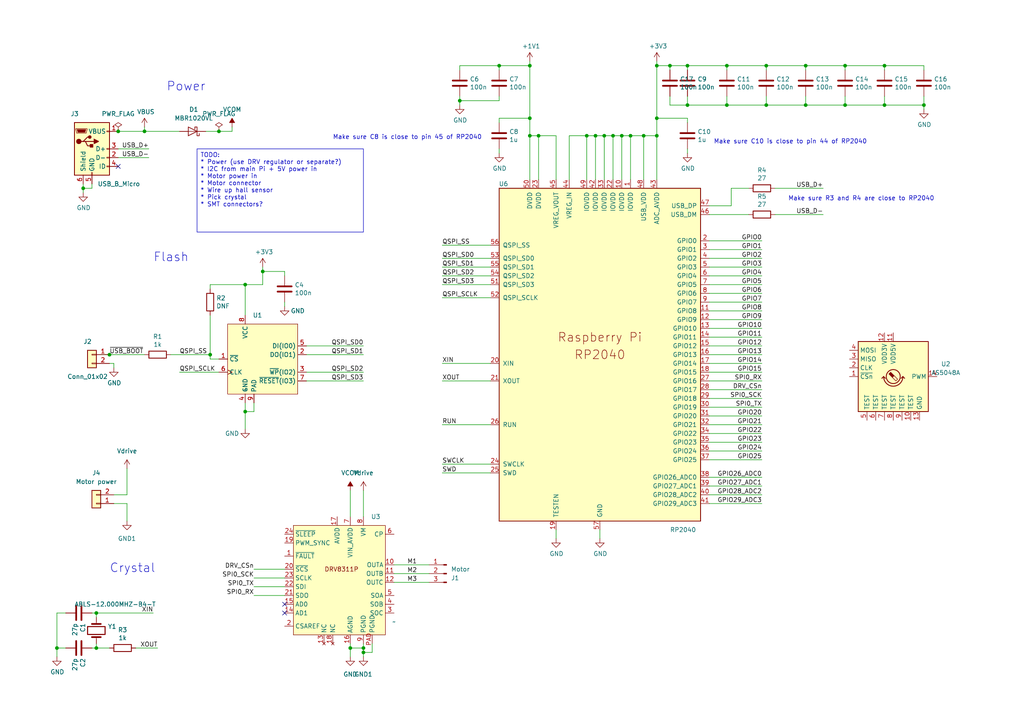
<source format=kicad_sch>
(kicad_sch (version 20230121) (generator eeschema)
  (paper "A4")
  (lib_symbols
    (symbol "Connector:Conn_01x03_Pin" (pin_names (offset 1.016) hide)
      (property "Reference" "J" (at 0 5.08 0))
      (property "Value" "Conn_01x03_Pin" (at 0 -5.08 0))
      (symbol "Conn_01x03_Pin_1_1"
        (polyline (pts (xy 1.27 -2.54) (xy 0.8636 -2.54)) (stroke (width 0.1524)))
        (polyline (pts (xy 1.27 0) (xy 0.8636 0)) (stroke (width 0.1524)))
        (polyline (pts (xy 1.27 2.54) (xy 0.8636 2.54)) (stroke (width 0.1524)))
        (rectangle (start 0.8636 -2.413) (end 0 -2.667) (stroke (width 0.1524)) (fill (type outline)))
        (rectangle (start 0.8636 0.127) (end 0 -0.127) (stroke (width 0.1524)) (fill (type outline)))
        (rectangle (start 0.8636 2.667) (end 0 2.413) (stroke (width 0.1524)) (fill (type outline)))
        (pin passive line (at 5.08 2.54 180) (length 3.81) (name "Pin_1") (number "1"))
        (pin passive line (at 5.08 0 180) (length 3.81) (name "Pin_2") (number "2"))
        (pin passive line (at 5.08 -2.54 180) (length 3.81) (name "Pin_3") (number "3"))
      )
    )
    (symbol "Connector_Generic:Conn_01x02" (pin_names (offset 1.016) hide)
      (property "Reference" "J" (at 0 2.54 0))
      (property "Value" "Conn_01x02" (at 0 -5.08 0))
      (symbol "Conn_01x02_1_1"
        (rectangle (start -1.27 -2.413) (end 0 -2.667) (stroke (width 0.1524)))
        (rectangle (start -1.27 0.127) (end 0 -0.127) (stroke (width 0.1524)))
        (rectangle (start -1.27 1.27) (end 1.27 -3.81) (stroke (width 0.254)) (fill (type background)))
        (pin passive line (at -5.08 0 0) (length 3.81) (name "Pin_1") (number "1"))
        (pin passive line (at -5.08 -2.54 0) (length 3.81) (name "Pin_2") (number "2"))
      )
    )
    (symbol "Device:C" (pin_numbers hide) (pin_names (offset 0.254))
      (property "Reference" "C" (at 0.635 2.54 0))
      (property "Value" "C" (at 0.635 -2.54 0))
      (symbol "C_0_1"
        (polyline (pts (xy -2.032 -0.762) (xy 2.032 -0.762)) (stroke (width 0.508)))
        (polyline (pts (xy -2.032 0.762) (xy 2.032 0.762)) (stroke (width 0.508)))
      )
      (symbol "C_1_1"
        (pin passive line (at 0 3.81 270) (length 2.794) (name "~") (number "1"))
        (pin passive line (at 0 -3.81 90) (length 2.794) (name "~") (number "2"))
      )
    )
    (symbol "Device:Crystal" (pin_numbers hide) (pin_names (offset 1.016) hide)
      (property "Reference" "Y" (at 0 3.81 0))
      (property "Value" "Crystal" (at 0 -3.81 0))
      (symbol "Crystal_0_1"
        (rectangle (start -1.143 2.54) (end 1.143 -2.54) (stroke (width 0.3048)))
        (polyline (pts (xy -2.54 0) (xy -1.905 0)))
        (polyline (pts (xy -1.905 -1.27) (xy -1.905 1.27)) (stroke (width 0.508)))
        (polyline (pts (xy 1.905 -1.27) (xy 1.905 1.27)) (stroke (width 0.508)))
        (polyline (pts (xy 2.54 0) (xy 1.905 0)))
      )
      (symbol "Crystal_1_1"
        (pin passive line (at -3.81 0 0) (length 1.27) (name "1") (number "1"))
        (pin passive line (at 3.81 0 180) (length 1.27) (name "2") (number "2"))
      )
    )
    (symbol "Device:R" (pin_numbers hide) (pin_names (offset 0))
      (property "Reference" "R" (at 2.032 0 90))
      (property "Value" "R" (at 0 0 90))
      (symbol "R_0_1"
        (rectangle (start -1.016 -2.54) (end 1.016 2.54) (stroke (width 0.254)))
      )
      (symbol "R_1_1"
        (pin passive line (at 0 3.81 270) (length 1.27) (name "~") (number "1"))
        (pin passive line (at 0 -3.81 90) (length 1.27) (name "~") (number "2"))
      )
    )
    (symbol "Diode:MBR1020VL" (pin_numbers hide) (pin_names hide)
      (property "Reference" "D" (at 0 2.54 0))
      (property "Value" "MBR1020VL" (at 0 -2.54 0))
      (symbol "MBR1020VL_0_1"
        (polyline (pts (xy 1.27 0) (xy -1.27 0)))
        (polyline (pts (xy 1.27 1.27) (xy 1.27 -1.27) (xy -1.27 0) (xy 1.27 1.27)) (stroke (width 0.2032)))
        (polyline (pts (xy -1.905 0.635) (xy -1.905 1.27) (xy -1.27 1.27) (xy -1.27 -1.27) (xy -0.635 -1.27) (xy -0.635 -0.635)) (stroke (width 0.2032)))
      )
      (symbol "MBR1020VL_1_1"
        (pin passive line (at -3.81 0 0) (length 2.54) (name "K") (number "1"))
        (pin passive line (at 3.81 0 180) (length 2.54) (name "A") (number "2"))
      )
    )
    (symbol "MCU_RaspberryPi_RP2040:RP2040" (pin_names (offset 1.016))
      (property "Reference" "U" (at -29.21 49.53 0))
      (property "Value" "RP2040" (at 24.13 -49.53 0))
      (symbol "RP2040_0_0"
        (text "Raspberry Pi" (at 0 5.08 0) (effects (font (size 2.54 2.54))))
        (text "RP2040" (at 0 0 0) (effects (font (size 2.54 2.54))))
      )
      (symbol "RP2040_0_1"
        (rectangle (start 29.21 48.26) (end -29.21 -48.26) (stroke (width 0.254)) (fill (type background)))
      )
      (symbol "RP2040_1_1"
        (pin power_in line (at 8.89 50.8 270) (length 2.54) (name "IOVDD") (number "1"))
        (pin power_in line (at 6.35 50.8 270) (length 2.54) (name "IOVDD") (number "10"))
        (pin bidirectional line (at 31.75 12.7 180) (length 2.54) (name "GPIO8") (number "11"))
        (pin bidirectional line (at 31.75 10.16 180) (length 2.54) (name "GPIO9") (number "12"))
        (pin bidirectional line (at 31.75 7.62 180) (length 2.54) (name "GPIO10") (number "13"))
        (pin bidirectional line (at 31.75 5.08 180) (length 2.54) (name "GPIO11") (number "14"))
        (pin bidirectional line (at 31.75 2.54 180) (length 2.54) (name "GPIO12") (number "15"))
        (pin bidirectional line (at 31.75 0 180) (length 2.54) (name "GPIO13") (number "16"))
        (pin bidirectional line (at 31.75 -2.54 180) (length 2.54) (name "GPIO14") (number "17"))
        (pin bidirectional line (at 31.75 -5.08 180) (length 2.54) (name "GPIO15") (number "18"))
        (pin passive line (at -12.7 -50.8 90) (length 2.54) (name "TESTEN") (number "19"))
        (pin bidirectional line (at 31.75 33.02 180) (length 2.54) (name "GPIO0") (number "2"))
        (pin input line (at -31.75 -2.54 0) (length 2.54) (name "XIN") (number "20"))
        (pin passive line (at -31.75 -7.62 0) (length 2.54) (name "XOUT") (number "21"))
        (pin power_in line (at 3.81 50.8 270) (length 2.54) (name "IOVDD") (number "22"))
        (pin power_in line (at -17.78 50.8 270) (length 2.54) (name "DVDD") (number "23"))
        (pin output line (at -31.75 -31.75 0) (length 2.54) (name "SWCLK") (number "24"))
        (pin bidirectional line (at -31.75 -34.29 0) (length 2.54) (name "SWD") (number "25"))
        (pin input line (at -31.75 -20.32 0) (length 2.54) (name "RUN") (number "26"))
        (pin bidirectional line (at 31.75 -7.62 180) (length 2.54) (name "GPIO16") (number "27"))
        (pin bidirectional line (at 31.75 -10.16 180) (length 2.54) (name "GPIO17") (number "28"))
        (pin bidirectional line (at 31.75 -12.7 180) (length 2.54) (name "GPIO18") (number "29"))
        (pin bidirectional line (at 31.75 30.48 180) (length 2.54) (name "GPIO1") (number "3"))
        (pin bidirectional line (at 31.75 -15.24 180) (length 2.54) (name "GPIO19") (number "30"))
        (pin bidirectional line (at 31.75 -17.78 180) (length 2.54) (name "GPIO20") (number "31"))
        (pin bidirectional line (at 31.75 -20.32 180) (length 2.54) (name "GPIO21") (number "32"))
        (pin power_in line (at 1.27 50.8 270) (length 2.54) (name "IOVDD") (number "33"))
        (pin bidirectional line (at 31.75 -22.86 180) (length 2.54) (name "GPIO22") (number "34"))
        (pin bidirectional line (at 31.75 -25.4 180) (length 2.54) (name "GPIO23") (number "35"))
        (pin bidirectional line (at 31.75 -27.94 180) (length 2.54) (name "GPIO24") (number "36"))
        (pin bidirectional line (at 31.75 -30.48 180) (length 2.54) (name "GPIO25") (number "37"))
        (pin bidirectional line (at 31.75 -35.56 180) (length 2.54) (name "GPIO26_ADC0") (number "38"))
        (pin bidirectional line (at 31.75 -38.1 180) (length 2.54) (name "GPIO27_ADC1") (number "39"))
        (pin bidirectional line (at 31.75 27.94 180) (length 2.54) (name "GPIO2") (number "4"))
        (pin bidirectional line (at 31.75 -40.64 180) (length 2.54) (name "GPIO28_ADC2") (number "40"))
        (pin bidirectional line (at 31.75 -43.18 180) (length 2.54) (name "GPIO29_ADC3") (number "41"))
        (pin power_in line (at -1.27 50.8 270) (length 2.54) (name "IOVDD") (number "42"))
        (pin power_in line (at 16.51 50.8 270) (length 2.54) (name "ADC_AVDD") (number "43"))
        (pin power_in line (at -8.89 50.8 270) (length 2.54) (name "VREG_IN") (number "44"))
        (pin power_out line (at -12.7 50.8 270) (length 2.54) (name "VREG_VOUT") (number "45"))
        (pin bidirectional line (at 31.75 40.64 180) (length 2.54) (name "USB_DM") (number "46"))
        (pin bidirectional line (at 31.75 43.18 180) (length 2.54) (name "USB_DP") (number "47"))
        (pin power_in line (at 12.7 50.8 270) (length 2.54) (name "USB_VDD") (number "48"))
        (pin power_in line (at -3.81 50.8 270) (length 2.54) (name "IOVDD") (number "49"))
        (pin bidirectional line (at 31.75 25.4 180) (length 2.54) (name "GPIO3") (number "5"))
        (pin power_in line (at -20.32 50.8 270) (length 2.54) (name "DVDD") (number "50"))
        (pin bidirectional line (at -31.75 20.32 0) (length 2.54) (name "QSPI_SD3") (number "51"))
        (pin output line (at -31.75 16.51 0) (length 2.54) (name "QSPI_SCLK") (number "52"))
        (pin bidirectional line (at -31.75 27.94 0) (length 2.54) (name "QSPI_SD0") (number "53"))
        (pin bidirectional line (at -31.75 22.86 0) (length 2.54) (name "QSPI_SD2") (number "54"))
        (pin bidirectional line (at -31.75 25.4 0) (length 2.54) (name "QSPI_SD1") (number "55"))
        (pin bidirectional line (at -31.75 31.75 0) (length 2.54) (name "QSPI_SS") (number "56"))
        (pin power_in line (at 0 -50.8 90) (length 2.54) (name "GND") (number "57"))
        (pin bidirectional line (at 31.75 22.86 180) (length 2.54) (name "GPIO4") (number "6"))
        (pin bidirectional line (at 31.75 20.32 180) (length 2.54) (name "GPIO5") (number "7"))
        (pin bidirectional line (at 31.75 17.78 180) (length 2.54) (name "GPIO6") (number "8"))
        (pin bidirectional line (at 31.75 15.24 180) (length 2.54) (name "GPIO7") (number "9"))
      )
    )
    (symbol "Mechanical:MountingHole" (pin_names (offset 1.016))
      (property "Reference" "H" (at 0 5.08 0))
      (property "Value" "MountingHole" (at 0 3.175 0))
      (symbol "MountingHole_0_1"
        (circle (center 0 0) (radius 1.27) (stroke (width 1.27)))
      )
    )
    (symbol "Motor_drivers:DRV8311P"
      (property "Reference" "U" (at 0 0 0))
      (symbol "DRV8311P_1_1"
        (rectangle (start -12.7 16.51) (end 13.97 -15.24) (fill (type background)))
        (text "DRV8311P" (at 1.27 3.81 0) (effects (font (size 1.27 1.27))))
        (pin output line (at -15.24 7.62 0) (length 2.54) (name "~{FAULT}") (number "1"))
        (pin power_out line (at 16.51 5.08 180) (length 2.54) (name "OUTA") (number "10"))
        (pin power_out line (at 16.51 2.54 180) (length 2.54) (name "OUTB") (number "11"))
        (pin power_out line (at 16.51 0 180) (length 2.54) (name "OUTC") (number "12"))
        (pin no_connect line (at -3.81 -17.78 90) (length 2.54) (name "NC") (number "13"))
        (pin input line (at -15.24 -8.89 0) (length 2.54) (name "AD1") (number "14"))
        (pin input line (at -15.24 -6.35 0) (length 2.54) (name "AD0") (number "15"))
        (pin power_in line (at 3.81 -17.78 90) (length 2.54) (name "AGND") (number "16"))
        (pin power_out line (at 0 19.05 270) (length 2.54) (name "AVDD") (number "17"))
        (pin no_connect line (at -1.27 -17.78 90) (length 2.54) (name "NC") (number "18"))
        (pin input line (at -15.24 11.43 0) (length 2.54) (name "PWM_SYNC") (number "19"))
        (pin input line (at -15.24 -12.7 0) (length 2.54) (name "CSAREF") (number "2"))
        (pin input line (at -15.24 3.81 0) (length 2.54) (name "~{SCS}") (number "20"))
        (pin input line (at -15.24 -3.81 0) (length 2.54) (name "SDO") (number "21"))
        (pin input line (at -15.24 -1.27 0) (length 2.54) (name "SDI") (number "22"))
        (pin input line (at -15.24 1.27 0) (length 2.54) (name "SCLK") (number "23"))
        (pin input line (at -15.24 13.97 0) (length 2.54) (name "~{SLEEP}") (number "24"))
        (pin output line (at 16.51 -8.89 180) (length 2.54) (name "SOC") (number "3"))
        (pin output line (at 16.51 -6.35 180) (length 2.54) (name "SOB") (number "4"))
        (pin output line (at 16.51 -3.81 180) (length 2.54) (name "SOA") (number "5"))
        (pin output line (at 16.51 13.97 180) (length 2.54) (name "CP") (number "6"))
        (pin power_in line (at 3.81 19.05 270) (length 2.54) (name "VIN_AVDD") (number "7"))
        (pin power_in line (at 7.62 19.05 270) (length 2.54) (name "VM") (number "8"))
        (pin power_in line (at 7.62 -17.78 90) (length 2.54) (name "PGND") (number "9"))
        (pin power_in line (at 10.16 -17.78 90) (length 2.54) (name "PGND") (number "PAD"))
      )
    )
    (symbol "My_Library:W25Q16JVUXIQ"
      (property "Reference" "U" (at 7.62 16.51 0))
      (symbol "W25Q16JVUXIQ_0_0"
        (pin input line (at -7.62 8.89 0) (length 2.54) (name "~{CS}") (number "1"))
        (pin power_in line (at 0 -3.81 90) (length 2.54) (name "GND") (number "4"))
        (pin input clock (at -7.62 5.08 0) (length 2.54) (name "CLK") (number "6"))
        (pin power_in line (at 0 21.59 270) (length 2.54) (name "VCC") (number "8"))
        (pin power_in line (at 2.54 -3.81 90) (length 2.54) (name "PAD") (number "9"))
      )
      (symbol "W25Q16JVUXIQ_1_0"
        (pin bidirectional line (at 17.78 10.16 180) (length 2.54) (name "DO(IO1)") (number "2"))
        (pin bidirectional line (at 17.78 5.08 180) (length 2.54) (name "~{WP}(IO2)") (number "3"))
        (pin bidirectional line (at 17.78 12.7 180) (length 2.54) (name "DI(IO0)") (number "5"))
        (pin bidirectional line (at 17.78 2.54 180) (length 2.54) (name "~{RESET}(IO3)") (number "7"))
      )
      (symbol "W25Q16JVUXIQ_1_1"
        (rectangle (start -5.08 19.05) (end 15.24 -1.27) (fill (type background)))
      )
    )
    (symbol "RP2040_minimal-rescue:USB_B_Micro-Connector" (pin_names (offset 1.016))
      (property "Reference" "J" (at -5.08 11.43 0))
      (property "Value" "Connector_USB_B_Micro" (at -5.08 8.89 0))
      (symbol "USB_B_Micro-Connector_0_1"
        (rectangle (start -5.08 -7.62) (end 5.08 7.62) (stroke (width 0.254)) (fill (type background)))
        (circle (center -3.81 2.159) (radius 0.635) (stroke (width 0.254)) (fill (type outline)))
        (circle (center -0.635 3.429) (radius 0.381) (stroke (width 0.254)) (fill (type outline)))
        (rectangle (start -0.127 -7.62) (end 0.127 -6.858))
        (polyline (pts (xy -1.905 2.159) (xy 0.635 2.159)) (stroke (width 0.254)))
        (polyline (pts (xy -3.175 2.159) (xy -2.54 2.159) (xy -1.27 3.429) (xy -0.635 3.429)) (stroke (width 0.254)))
        (polyline (pts (xy -2.54 2.159) (xy -1.905 2.159) (xy -1.27 0.889) (xy 0 0.889)) (stroke (width 0.254)))
        (polyline (pts (xy 0.635 2.794) (xy 0.635 1.524) (xy 1.905 2.159) (xy 0.635 2.794)) (stroke (width 0.254)) (fill (type outline)))
        (polyline (pts (xy -4.318 5.588) (xy -1.778 5.588) (xy -2.032 4.826) (xy -4.064 4.826) (xy -4.318 5.588)) (fill (type outline)))
        (polyline (pts (xy -4.699 5.842) (xy -4.699 5.588) (xy -4.445 4.826) (xy -4.445 4.572) (xy -1.651 4.572) (xy -1.651 4.826) (xy -1.397 5.588) (xy -1.397 5.842) (xy -4.699 5.842)))
        (rectangle (start 0.254 1.27) (end -0.508 0.508) (stroke (width 0.254)) (fill (type outline)))
        (rectangle (start 5.08 -5.207) (end 4.318 -4.953))
        (rectangle (start 5.08 -2.667) (end 4.318 -2.413))
        (rectangle (start 5.08 -0.127) (end 4.318 0.127))
        (rectangle (start 5.08 4.953) (end 4.318 5.207))
      )
      (symbol "USB_B_Micro-Connector_1_1"
        (pin power_out line (at 7.62 5.08 180) (length 2.54) (name "VBUS") (number "1"))
        (pin passive line (at 7.62 -2.54 180) (length 2.54) (name "D-") (number "2"))
        (pin passive line (at 7.62 0 180) (length 2.54) (name "D+") (number "3"))
        (pin passive line (at 7.62 -5.08 180) (length 2.54) (name "ID") (number "4"))
        (pin power_out line (at 0 -10.16 90) (length 2.54) (name "GND") (number "5"))
        (pin passive line (at -2.54 -10.16 90) (length 2.54) (name "Shield") (number "6"))
      )
    )
    (symbol "Sensor_Magnetic:AS5048A"
      (property "Reference" "U" (at -10.16 11.43 0))
      (property "Value" "AS5048A" (at 10.16 11.43 0))
      (symbol "AS5048A_0_1"
        (rectangle (start -10.16 10.16) (end 10.16 -10.16) (stroke (width 0.254)) (fill (type background)))
        (arc (start -2.794 0) (mid 0 -2.7819) (end 2.794 0) (stroke (width 0.254)))
        (polyline (pts (xy -2.794 0) (xy -3.302 -0.508)) (stroke (width 0.254)))
        (polyline (pts (xy -2.794 0) (xy -2.286 -0.508)) (stroke (width 0.254)))
        (polyline (pts (xy 2.794 0) (xy 2.286 -0.508)) (stroke (width 0.254)))
        (polyline (pts (xy 2.794 0) (xy 3.302 -0.508)) (stroke (width 0.254)))
      )
      (symbol "AS5048A_1_1"
        (polyline (pts (xy 0.254 0.254) (xy 1.27 -0.762) (xy 0.762 -1.27) (xy -0.254 -0.254)))
        (polyline (pts (xy -0.762 1.27) (xy 0.254 0.254) (xy -0.254 -0.254) (xy -1.27 0.762) (xy -1.016 1.016) (xy -0.762 1.27) (xy -0.635 1.143)) (fill (type outline)))
        (circle (center 0 0) (radius 2.032) (stroke (width 0.254)))
        (pin input line (at -12.7 0 0) (length 2.54) (name "~{CSn}") (number "1"))
        (pin passive line (at 5.08 -12.7 90) (length 2.54) (name "TEST") (number "10"))
        (pin power_in line (at 0 12.7 270) (length 2.54) (name "VDD5V") (number "11"))
        (pin power_in line (at -2.54 12.7 270) (length 2.54) (name "VDD3V") (number "12"))
        (pin power_in line (at 7.62 -12.7 90) (length 2.54) (name "GND") (number "13"))
        (pin output line (at 12.7 0 180) (length 2.54) (name "PWM") (number "14"))
        (pin input line (at -12.7 2.54 0) (length 2.54) (name "CLK") (number "2"))
        (pin output line (at -12.7 5.08 0) (length 2.54) (name "MISO") (number "3"))
        (pin input line (at -12.7 7.62 0) (length 2.54) (name "MOSI") (number "4"))
        (pin passive line (at -7.62 -12.7 90) (length 2.54) (name "TEST") (number "5"))
        (pin passive line (at -5.08 -12.7 90) (length 2.54) (name "TEST") (number "6"))
        (pin passive line (at -2.54 -12.7 90) (length 2.54) (name "TEST") (number "7"))
        (pin passive line (at 0 -12.7 90) (length 2.54) (name "TEST") (number "8"))
        (pin passive line (at 2.54 -12.7 90) (length 2.54) (name "TEST") (number "9"))
      )
    )
    (symbol "power:+1V1" (power) (pin_names (offset 0))
      (property "Value" "+1V1" (at 0 3.556 0))
      (symbol "+1V1_0_1"
        (polyline (pts (xy -0.762 1.27) (xy 0 2.54)))
        (polyline (pts (xy 0 0) (xy 0 2.54)))
        (polyline (pts (xy 0 2.54) (xy 0.762 1.27)))
      )
      (symbol "+1V1_1_1"
        (pin power_in line (at 0 0 90) (length 0) hide (name "+1V1") (number "1"))
      )
    )
    (symbol "power:+3V3" (power) (pin_names (offset 0))
      (property "Value" "+3V3" (at 0 3.556 0))
      (symbol "+3V3_0_1"
        (polyline (pts (xy -0.762 1.27) (xy 0 2.54)))
        (polyline (pts (xy 0 0) (xy 0 2.54)))
        (polyline (pts (xy 0 2.54) (xy 0.762 1.27)))
      )
      (symbol "+3V3_1_1"
        (pin power_in line (at 0 0 90) (length 0) hide (name "+3V3") (number "1"))
      )
    )
    (symbol "power:GND" (power) (pin_names (offset 0))
      (property "Value" "GND" (at 0 -3.81 0))
      (symbol "GND_0_1"
        (polyline (pts (xy 0 0) (xy 0 -1.27) (xy 1.27 -1.27) (xy 0 -2.54) (xy -1.27 -1.27) (xy 0 -1.27)))
      )
      (symbol "GND_1_1"
        (pin power_in line (at 0 0 270) (length 0) hide (name "GND") (number "1"))
      )
    )
    (symbol "power:GND1" (power) (pin_names (offset 0))
      (property "Value" "GND1" (at 0 -3.81 0))
      (symbol "GND1_0_1"
        (polyline (pts (xy 0 0) (xy 0 -1.27) (xy 1.27 -1.27) (xy 0 -2.54) (xy -1.27 -1.27) (xy 0 -1.27)))
      )
      (symbol "GND1_1_1"
        (pin power_in line (at 0 0 270) (length 0) hide (name "GND1") (number "1"))
      )
    )
    (symbol "power:PWR_FLAG" (power) (pin_numbers hide) (pin_names (offset 0) hide)
      (property "Value" "PWR_FLAG" (at 0 3.81 0))
      (symbol "PWR_FLAG_0_0"
        (pin power_out line (at 0 0 90) (length 0) (name "pwr") (number "1"))
      )
      (symbol "PWR_FLAG_0_1"
        (polyline (pts (xy 0 0) (xy 0 1.27) (xy -1.016 1.905) (xy 0 2.54) (xy 1.016 1.905) (xy 0 1.27)))
      )
    )
    (symbol "power:VBUS" (power) (pin_names (offset 0))
      (property "Value" "VBUS" (at 0 3.81 0))
      (symbol "VBUS_0_1"
        (polyline (pts (xy -0.762 1.27) (xy 0 2.54)))
        (polyline (pts (xy 0 0) (xy 0 2.54)))
        (polyline (pts (xy 0 2.54) (xy 0.762 1.27)))
      )
      (symbol "VBUS_1_1"
        (pin power_in line (at 0 0 90) (length 0) hide (name "VBUS") (number "1"))
      )
    )
    (symbol "power:VCOM" (power) (pin_names (offset 0))
      (property "Value" "VCOM" (at 0 3.81 0))
      (symbol "VCOM_0_1"
        (polyline (pts (xy 0 0) (xy 0 2.54)))
        (polyline (pts (xy 0.762 1.27) (xy -0.762 1.27) (xy 0 2.54) (xy 0.762 1.27)) (fill (type outline)))
      )
      (symbol "VCOM_1_1"
        (pin power_in line (at 0 0 90) (length 0) hide (name "VCOM") (number "1"))
      )
    )
    (symbol "power:Vdrive" (power) (pin_names (offset 0))
      (property "Value" "Vdrive" (at 0 3.81 0))
      (symbol "Vdrive_0_1"
        (polyline (pts (xy -0.762 1.27) (xy 0 2.54)))
        (polyline (pts (xy 0 0) (xy 0 2.54)))
        (polyline (pts (xy 0 2.54) (xy 0.762 1.27)))
      )
      (symbol "Vdrive_1_1"
        (pin power_in line (at 0 0 90) (length 0) hide (name "Vdrive") (number "1"))
      )
    )
  )
  (junction (at 16.51 187.96))
  (junction (at 76.2 78.74))
  (junction (at 144.78 19.05))
  (junction (at 153.67 34.29))
  (junction (at 210.82 19.05))
  (junction (at 71.12 82.55))
  (junction (at 153.67 39.37))
  (junction (at 27.94 177.8))
  (junction (at 190.5 34.29))
  (junction (at 172.72 39.37))
  (junction (at 267.97 30.48))
  (junction (at 190.5 39.37))
  (junction (at 190.5 19.05))
  (junction (at 245.11 19.05))
  (junction (at 105.41 189.23))
  (junction (at 199.39 19.05))
  (junction (at 186.69 39.37))
  (junction (at 133.35 29.21))
  (junction (at 194.31 19.05))
  (junction (at 105.41 187.96))
  (junction (at 153.67 19.05))
  (junction (at 222.25 19.05))
  (junction (at 170.18 39.37))
  (junction (at 41.91 38.1))
  (junction (at 182.88 39.37))
  (junction (at 156.21 39.37))
  (junction (at 222.25 30.48))
  (junction (at 177.8 39.37))
  (junction (at 256.54 19.05))
  (junction (at 175.26 39.37))
  (junction (at 210.82 30.48))
  (junction (at 24.13 54.61))
  (junction (at 101.6 187.96))
  (junction (at 63.5 38.1))
  (junction (at 31.75 102.87))
  (junction (at 256.54 30.48))
  (junction (at 180.34 39.37))
  (junction (at 60.96 102.87))
  (junction (at 27.94 187.96))
  (junction (at 199.39 30.48))
  (junction (at 233.68 19.05))
  (junction (at 233.68 30.48))
  (junction (at 34.29 38.1))
  (junction (at 245.11 30.48))
  (junction (at 71.12 119.38))
  (no_connect (at 82.55 177.8))
  (no_connect (at 82.55 175.26))
  (no_connect (at 34.29 48.26))
  (wire (pts (xy 73.66 119.38) (xy 71.12 119.38)))
  (wire (pts (xy 190.5 17.78) (xy 190.5 19.05)))
  (wire (pts (xy 33.02 105.41) (xy 33.02 106.68)))
  (wire (pts (xy 41.91 102.87) (xy 31.75 102.87)))
  (wire (pts (xy 172.72 52.07) (xy 172.72 39.37)))
  (wire (pts (xy 205.74 90.17) (xy 220.98 90.17)))
  (wire (pts (xy 82.55 78.74) (xy 76.2 78.74)))
  (wire (pts (xy 88.9 107.95) (xy 105.41 107.95)))
  (wire (pts (xy 165.1 39.37) (xy 170.18 39.37)))
  (wire (pts (xy 33.02 143.51) (xy 36.83 143.51)))
  (wire (pts (xy 212.09 54.61) (xy 217.17 54.61)))
  (wire (pts (xy 144.78 35.56) (xy 144.78 34.29)))
  (wire (pts (xy 63.5 104.14) (xy 60.96 104.14)))
  (wire (pts (xy 170.18 39.37) (xy 172.72 39.37)))
  (wire (pts (xy 267.97 27.94) (xy 267.97 30.48)))
  (wire (pts (xy 222.25 20.32) (xy 222.25 19.05)))
  (wire (pts (xy 76.2 77.47) (xy 76.2 78.74)))
  (wire (pts (xy 173.99 153.67) (xy 173.99 156.21)))
  (wire (pts (xy 205.74 115.57) (xy 220.98 115.57)))
  (wire (pts (xy 133.35 20.32) (xy 133.35 19.05)))
  (wire (pts (xy 205.74 62.23) (xy 217.17 62.23)))
  (wire (pts (xy 34.29 43.18) (xy 43.18 43.18)))
  (wire (pts (xy 24.13 53.34) (xy 24.13 54.61)))
  (wire (pts (xy 205.74 69.85) (xy 220.98 69.85)))
  (wire (pts (xy 142.24 71.12) (xy 128.27 71.12)))
  (wire (pts (xy 128.27 105.41) (xy 142.24 105.41)))
  (wire (pts (xy 161.29 153.67) (xy 161.29 156.21)))
  (wire (pts (xy 142.24 134.62) (xy 128.27 134.62)))
  (wire (pts (xy 142.24 86.36) (xy 128.27 86.36)))
  (wire (pts (xy 133.35 29.21) (xy 133.35 30.48)))
  (wire (pts (xy 205.74 140.97) (xy 220.98 140.97)))
  (wire (pts (xy 60.96 104.14) (xy 60.96 102.87)))
  (wire (pts (xy 63.5 38.1) (xy 59.69 38.1)))
  (wire (pts (xy 205.74 118.11) (xy 220.98 118.11)))
  (wire (pts (xy 26.67 177.8) (xy 27.94 177.8)))
  (wire (pts (xy 144.78 34.29) (xy 153.67 34.29)))
  (wire (pts (xy 190.5 39.37) (xy 190.5 52.07)))
  (wire (pts (xy 101.6 187.96) (xy 105.41 187.96)))
  (wire (pts (xy 52.07 107.95) (xy 63.5 107.95)))
  (wire (pts (xy 153.67 19.05) (xy 153.67 34.29)))
  (wire (pts (xy 144.78 20.32) (xy 144.78 19.05)))
  (wire (pts (xy 205.74 125.73) (xy 220.98 125.73)))
  (wire (pts (xy 205.74 105.41) (xy 220.98 105.41)))
  (wire (pts (xy 27.94 187.96) (xy 31.75 187.96)))
  (wire (pts (xy 190.5 19.05) (xy 190.5 34.29)))
  (wire (pts (xy 144.78 43.18) (xy 144.78 44.45)))
  (wire (pts (xy 245.11 19.05) (xy 256.54 19.05)))
  (wire (pts (xy 267.97 20.32) (xy 267.97 19.05)))
  (wire (pts (xy 27.94 186.69) (xy 27.94 187.96)))
  (wire (pts (xy 133.35 19.05) (xy 144.78 19.05)))
  (wire (pts (xy 175.26 39.37) (xy 177.8 39.37)))
  (wire (pts (xy 144.78 29.21) (xy 144.78 27.94)))
  (wire (pts (xy 114.3 168.91) (xy 124.46 168.91)))
  (wire (pts (xy 190.5 19.05) (xy 194.31 19.05)))
  (wire (pts (xy 73.66 172.72) (xy 82.55 172.72)))
  (wire (pts (xy 245.11 20.32) (xy 245.11 19.05)))
  (wire (pts (xy 161.29 39.37) (xy 156.21 39.37)))
  (wire (pts (xy 205.74 59.69) (xy 212.09 59.69)))
  (wire (pts (xy 199.39 35.56) (xy 199.39 34.29)))
  (wire (pts (xy 205.74 110.49) (xy 220.98 110.49)))
  (wire (pts (xy 205.74 130.81) (xy 220.98 130.81)))
  (wire (pts (xy 105.41 189.23) (xy 107.95 189.23)))
  (wire (pts (xy 199.39 20.32) (xy 199.39 19.05)))
  (wire (pts (xy 133.35 29.21) (xy 144.78 29.21)))
  (wire (pts (xy 128.27 82.55) (xy 142.24 82.55)))
  (wire (pts (xy 224.79 62.23) (xy 238.76 62.23)))
  (wire (pts (xy 114.3 163.83) (xy 124.46 163.83)))
  (wire (pts (xy 205.74 146.05) (xy 220.98 146.05)))
  (wire (pts (xy 144.78 19.05) (xy 153.67 19.05)))
  (wire (pts (xy 182.88 39.37) (xy 182.88 52.07)))
  (wire (pts (xy 199.39 19.05) (xy 210.82 19.05)))
  (wire (pts (xy 210.82 20.32) (xy 210.82 19.05)))
  (wire (pts (xy 205.74 100.33) (xy 220.98 100.33)))
  (wire (pts (xy 31.75 105.41) (xy 33.02 105.41)))
  (wire (pts (xy 190.5 34.29) (xy 199.39 34.29)))
  (wire (pts (xy 105.41 186.69) (xy 105.41 187.96)))
  (wire (pts (xy 142.24 123.19) (xy 128.27 123.19)))
  (wire (pts (xy 19.05 187.96) (xy 16.51 187.96)))
  (wire (pts (xy 177.8 52.07) (xy 177.8 39.37)))
  (wire (pts (xy 194.31 30.48) (xy 199.39 30.48)))
  (wire (pts (xy 27.94 179.07) (xy 27.94 177.8)))
  (wire (pts (xy 73.66 116.84) (xy 73.66 119.38)))
  (wire (pts (xy 67.31 36.83) (xy 67.31 38.1)))
  (wire (pts (xy 205.74 138.43) (xy 220.98 138.43)))
  (wire (pts (xy 16.51 187.96) (xy 16.51 190.5)))
  (wire (pts (xy 170.18 52.07) (xy 170.18 39.37)))
  (wire (pts (xy 233.68 20.32) (xy 233.68 19.05)))
  (wire (pts (xy 172.72 39.37) (xy 175.26 39.37)))
  (wire (pts (xy 33.02 146.05) (xy 36.83 146.05)))
  (wire (pts (xy 114.3 166.37) (xy 124.46 166.37)))
  (wire (pts (xy 205.74 102.87) (xy 220.98 102.87)))
  (wire (pts (xy 71.12 119.38) (xy 71.12 124.46)))
  (wire (pts (xy 175.26 52.07) (xy 175.26 39.37)))
  (wire (pts (xy 82.55 87.63) (xy 82.55 88.9)))
  (wire (pts (xy 222.25 30.48) (xy 210.82 30.48)))
  (wire (pts (xy 256.54 20.32) (xy 256.54 19.05)))
  (wire (pts (xy 186.69 39.37) (xy 190.5 39.37)))
  (wire (pts (xy 205.74 123.19) (xy 220.98 123.19)))
  (wire (pts (xy 205.74 85.09) (xy 220.98 85.09)))
  (wire (pts (xy 105.41 187.96) (xy 105.41 189.23)))
  (wire (pts (xy 36.83 143.51) (xy 36.83 135.89)))
  (wire (pts (xy 224.79 54.61) (xy 238.76 54.61)))
  (wire (pts (xy 205.74 82.55) (xy 220.98 82.55)))
  (wire (pts (xy 71.12 82.55) (xy 71.12 91.44)))
  (wire (pts (xy 245.11 30.48) (xy 233.68 30.48)))
  (wire (pts (xy 205.74 143.51) (xy 220.98 143.51)))
  (wire (pts (xy 76.2 78.74) (xy 76.2 82.55)))
  (wire (pts (xy 256.54 27.94) (xy 256.54 30.48)))
  (wire (pts (xy 210.82 30.48) (xy 199.39 30.48)))
  (wire (pts (xy 73.66 170.18) (xy 82.55 170.18)))
  (wire (pts (xy 88.9 110.49) (xy 105.41 110.49)))
  (wire (pts (xy 205.74 120.65) (xy 220.98 120.65)))
  (wire (pts (xy 205.74 92.71) (xy 220.98 92.71)))
  (wire (pts (xy 27.94 177.8) (xy 44.45 177.8)))
  (wire (pts (xy 26.67 54.61) (xy 24.13 54.61)))
  (wire (pts (xy 177.8 39.37) (xy 180.34 39.37)))
  (wire (pts (xy 60.96 83.82) (xy 60.96 82.55)))
  (wire (pts (xy 88.9 100.33) (xy 105.41 100.33)))
  (wire (pts (xy 222.25 27.94) (xy 222.25 30.48)))
  (wire (pts (xy 71.12 116.84) (xy 71.12 119.38)))
  (wire (pts (xy 101.6 186.69) (xy 101.6 187.96)))
  (wire (pts (xy 67.31 38.1) (xy 63.5 38.1)))
  (wire (pts (xy 128.27 80.01) (xy 142.24 80.01)))
  (wire (pts (xy 205.74 74.93) (xy 220.98 74.93)))
  (wire (pts (xy 233.68 30.48) (xy 222.25 30.48)))
  (wire (pts (xy 194.31 19.05) (xy 194.31 20.32)))
  (wire (pts (xy 194.31 19.05) (xy 199.39 19.05)))
  (wire (pts (xy 205.74 97.79) (xy 220.98 97.79)))
  (wire (pts (xy 194.31 27.94) (xy 194.31 30.48)))
  (wire (pts (xy 133.35 27.94) (xy 133.35 29.21)))
  (wire (pts (xy 101.6 187.96) (xy 101.6 190.5)))
  (wire (pts (xy 165.1 52.07) (xy 165.1 39.37)))
  (wire (pts (xy 256.54 19.05) (xy 267.97 19.05)))
  (wire (pts (xy 182.88 39.37) (xy 186.69 39.37)))
  (wire (pts (xy 233.68 27.94) (xy 233.68 30.48)))
  (wire (pts (xy 199.39 27.94) (xy 199.39 30.48)))
  (wire (pts (xy 128.27 74.93) (xy 142.24 74.93)))
  (wire (pts (xy 16.51 177.8) (xy 16.51 187.96)))
  (wire (pts (xy 205.74 77.47) (xy 220.98 77.47)))
  (wire (pts (xy 205.74 72.39) (xy 220.98 72.39)))
  (wire (pts (xy 142.24 110.49) (xy 128.27 110.49)))
  (wire (pts (xy 39.37 187.96) (xy 45.72 187.96)))
  (wire (pts (xy 105.41 142.24) (xy 105.41 149.86)))
  (wire (pts (xy 71.12 82.55) (xy 76.2 82.55)))
  (wire (pts (xy 153.67 17.78) (xy 153.67 19.05)))
  (wire (pts (xy 256.54 30.48) (xy 267.97 30.48)))
  (wire (pts (xy 233.68 19.05) (xy 245.11 19.05)))
  (wire (pts (xy 105.41 189.23) (xy 105.41 190.5)))
  (wire (pts (xy 34.29 45.72) (xy 43.18 45.72)))
  (wire (pts (xy 31.75 102.87) (xy 29.21 102.87)))
  (wire (pts (xy 26.67 187.96) (xy 27.94 187.96)))
  (wire (pts (xy 60.96 82.55) (xy 71.12 82.55)))
  (wire (pts (xy 128.27 77.47) (xy 142.24 77.47)))
  (wire (pts (xy 190.5 34.29) (xy 190.5 39.37)))
  (wire (pts (xy 212.09 54.61) (xy 212.09 59.69)))
  (wire (pts (xy 73.66 165.1) (xy 82.55 165.1)))
  (wire (pts (xy 26.67 53.34) (xy 26.67 54.61)))
  (wire (pts (xy 205.74 95.25) (xy 220.98 95.25)))
  (wire (pts (xy 205.74 107.95) (xy 220.98 107.95)))
  (wire (pts (xy 142.24 137.16) (xy 128.27 137.16)))
  (wire (pts (xy 49.53 102.87) (xy 60.96 102.87)))
  (wire (pts (xy 222.25 19.05) (xy 233.68 19.05)))
  (wire (pts (xy 82.55 80.01) (xy 82.55 78.74)))
  (wire (pts (xy 41.91 36.83) (xy 41.91 38.1)))
  (wire (pts (xy 205.74 133.35) (xy 220.98 133.35)))
  (wire (pts (xy 19.05 177.8) (xy 16.51 177.8)))
  (wire (pts (xy 88.9 102.87) (xy 105.41 102.87)))
  (wire (pts (xy 205.74 128.27) (xy 220.98 128.27)))
  (wire (pts (xy 199.39 43.18) (xy 199.39 44.45)))
  (wire (pts (xy 245.11 27.94) (xy 245.11 30.48)))
  (wire (pts (xy 24.13 54.61) (xy 24.13 55.88)))
  (wire (pts (xy 156.21 52.07) (xy 156.21 39.37)))
  (wire (pts (xy 41.91 38.1) (xy 52.07 38.1)))
  (wire (pts (xy 107.95 189.23) (xy 107.95 186.69)))
  (wire (pts (xy 205.74 113.03) (xy 220.98 113.03)))
  (wire (pts (xy 36.83 146.05) (xy 36.83 151.13)))
  (wire (pts (xy 210.82 19.05) (xy 222.25 19.05)))
  (wire (pts (xy 161.29 52.07) (xy 161.29 39.37)))
  (wire (pts (xy 60.96 91.44) (xy 60.96 102.87)))
  (wire (pts (xy 153.67 34.29) (xy 153.67 39.37)))
  (wire (pts (xy 205.74 87.63) (xy 220.98 87.63)))
  (wire (pts (xy 205.74 80.01) (xy 220.98 80.01)))
  (wire (pts (xy 73.66 167.64) (xy 82.55 167.64)))
  (wire (pts (xy 256.54 30.48) (xy 245.11 30.48)))
  (wire (pts (xy 153.67 39.37) (xy 153.67 52.07)))
  (wire (pts (xy 180.34 52.07) (xy 180.34 39.37)))
  (wire (pts (xy 156.21 39.37) (xy 153.67 39.37)))
  (wire (pts (xy 34.29 38.1) (xy 41.91 38.1)))
  (wire (pts (xy 210.82 27.94) (xy 210.82 30.48)))
  (wire (pts (xy 186.69 52.07) (xy 186.69 39.37)))
  (wire (pts (xy 180.34 39.37) (xy 182.88 39.37)))
  (wire (pts (xy 101.6 142.24) (xy 101.6 149.86)))
  (wire (pts (xy 267.97 30.48) (xy 267.97 31.75)))
  (text_box "TODO:\n* Power (use DRV regulator or separate?)\n* I2C from main Pi + 5V power in\n* Motor power in\n* Motor connector\n* Wire up hall sensor\n* Pick crystal\n* SMT connectors?" (at 57.15 43.18 0) (size 48.26 24.13) (effects (font (size 1.27 1.27)) (justify left top)))
  (text "Crystal" (at 31.75 166.37 0) (effects (font (size 2.54 2.54)) (justify left bottom)))
  (text "Power" (at 48.26 26.67 0) (effects (font (size 2.54 2.54)) (justify left bottom)))
  (text "Flash" (at 44.45 76.2 0) (effects (font (size 2.54 2.54)) (justify left bottom)))
  (text "Make sure C10 is close to pin 44 of RP2040" (at 207.01 41.91 0) (effects (font (size 1.27 1.27)) (justify left bottom)))
  (text "Make sure C8 is close to pin 45 of RP2040" (at 96.52 40.64 0) (effects (font (size 1.27 1.27)) (justify left bottom)))
  (text "Make sure R3 and R4 are close to RP2040" (at 228.6 58.42 0) (effects (font (size 1.27 1.27)) (justify left bottom)))
  (label "SPI0_SCK" (at 73.66 167.64 180))
  (label "GPIO26_ADC0" (at 220.98 138.43 180))
  (label "GPIO20" (at 220.98 120.65 180))
  (label "SWCLK" (at 128.27 134.62 0))
  (label "M2" (at 118.11 166.37 0))
  (label "QSPI_SD3" (at 105.41 110.49 180))
  (label "USB_D-" (at 43.18 45.72 180))
  (label "QSPI_SD2" (at 128.27 80.01 0))
  (label "GPIO29_ADC3" (at 220.98 146.05 180))
  (label "M1" (at 118.11 163.83 0))
  (label "USB_D+" (at 238.76 54.61 180))
  (label "XIN" (at 128.27 105.41 0))
  (label "GPIO21" (at 220.98 123.19 180))
  (label "GPIO27_ADC1" (at 220.98 140.97 180))
  (label "QSPI_SD2" (at 105.41 107.95 180))
  (label "GPIO22" (at 220.98 125.73 180))
  (label "DRV_CSn" (at 73.66 165.1 180))
  (label "XOUT" (at 128.27 110.49 0))
  (label "QSPI_SS" (at 128.27 71.12 0))
  (label "GPIO5" (at 220.98 82.55 180))
  (label "GPIO2" (at 220.98 74.93 180))
  (label "GPIO10" (at 220.98 95.25 180))
  (label "GPIO25" (at 220.98 133.35 180))
  (label "QSPI_SD1" (at 105.41 102.87 180))
  (label "GPIO23" (at 220.98 128.27 180))
  (label "GPIO3" (at 220.98 77.47 180))
  (label "GPIO13" (at 220.98 102.87 180))
  (label "RUN" (at 128.27 123.19 0))
  (label "QSPI_SD0" (at 105.41 100.33 180))
  (label "SPI0_TX" (at 73.66 170.18 180))
  (label "GPIO0" (at 220.98 69.85 180))
  (label "GPIO4" (at 220.98 80.01 180))
  (label "SPI0_TX" (at 220.98 118.11 180))
  (label "GPIO28_ADC2" (at 220.98 143.51 180))
  (label "GPIO7" (at 220.98 87.63 180))
  (label "QSPI_SS" (at 52.07 102.87 0))
  (label "GPIO14" (at 220.98 105.41 180))
  (label "SWD" (at 128.27 137.16 0))
  (label "DRV_CSn" (at 220.98 113.03 180))
  (label "GPIO9" (at 220.98 92.71 180))
  (label "SPI0_SCK" (at 220.98 115.57 180))
  (label "QSPI_SCLK" (at 128.27 86.36 0))
  (label "M3" (at 118.11 168.91 0))
  (label "QSPI_SD1" (at 128.27 77.47 0))
  (label "GPIO15" (at 220.98 107.95 180))
  (label "QSPI_SD3" (at 128.27 82.55 0))
  (label "GPIO24" (at 220.98 130.81 180))
  (label "QSPI_SCLK" (at 52.07 107.95 0))
  (label "~{USB_BOOT}" (at 31.75 102.87 0))
  (label "GPIO1" (at 220.98 72.39 180))
  (label "QSPI_SD0" (at 128.27 74.93 0))
  (label "USB_D-" (at 238.76 62.23 180))
  (label "GPIO12" (at 220.98 100.33 180))
  (label "XOUT" (at 45.72 187.96 180))
  (label "SPI0_RX" (at 220.98 110.49 180))
  (label "XIN" (at 44.45 177.8 180))
  (label "SPI0_RX" (at 73.66 172.72 180))
  (label "GPIO6" (at 220.98 85.09 180))
  (label "GPIO11" (at 220.98 97.79 180))
  (label "USB_D+" (at 43.18 43.18 180))
  (label "GPIO8" (at 220.98 90.17 180))
  (symbol (lib_id "power:GND") (at 161.29 156.21 0) (unit 1)
    (property "Reference" "#PWR015" (effects hide))
    (property "Value" "GND" (at 161.417 160.6042 0))
  )
  (symbol (lib_id "power:+3V3") (at 76.2 77.47 0) (unit 1)
    (property "Reference" "#PWR07" (effects hide))
    (property "Value" "+3V3" (at 76.581 73.0758 0))
  )
  (symbol (lib_id "Connector_Generic:Conn_01x02") (at 27.94 146.05 180) (unit 1)
    (property "Reference" "J4" (at 27.94 137.16 0))
    (property "Value" "Motor power" (at 27.94 139.7 0))
    (property "Footprint" "Connector_JST:JST_XH_B2B-XH-A_1x02_P2.50mm_Vertical" (effects hide))
  )
  (symbol (lib_id "Motor_drivers:DRV8311P") (at 97.79 168.91 0) (unit 1)
    (property "Reference" "U3" (at 107.6041 149.86 0) (effects (justify left)))
    (property "Value" "~" (at 114.3 180.34 0))
    (property "Footprint" "MyLibrary:WQFN-24_EP_2.93x2.93_Pitch0.4mm" (effects hide))
    (property "Datasheet" "https://www.ti.com/lit/ds/symlink/drv8311.pdf" (effects hide))
  )
  (symbol (lib_id "power:+3V3") (at 190.5 17.78 0) (unit 1)
    (property "Reference" "#PWR017" (effects hide))
    (property "Value" "+3V3" (at 190.881 13.3858 0))
  )
  (symbol (lib_id "Device:C") (at 267.97 24.13 0) (unit 1)
    (property "Reference" "C16" (at 270.891 22.9616 0) (effects (justify left)))
    (property "Value" "100n" (at 270.891 25.273 0) (effects (justify left)))
    (property "Footprint" "Capacitor_SMD:C_0402_1005Metric" (effects hide))
  )
  (symbol (lib_id "Device:R") (at 220.98 54.61 270) (unit 1)
    (property "Reference" "R4" (at 220.98 49.3522 90))
    (property "Value" "27" (at 220.98 51.6636 90))
    (property "Footprint" "Capacitor_SMD:C_0402_1005Metric" (effects hide))
  )
  (symbol (lib_id "Mechanical:MountingHole") (at 255.27 473.71 0) (unit 1)
    (property "Reference" "H3" (at 257.81 472.5416 0) (effects (justify left)))
    (property "Value" "MountingHole" (at 257.81 474.853 0) (effects (justify left)))
    (property "Footprint" "MountingHole:MountingHole_3.2mm_M3" (effects hide))
  )
  (symbol (lib_id "power:GND") (at 133.35 30.48 0) (unit 1)
    (property "Reference" "#PWR012" (effects hide))
    (property "Value" "GND" (at 133.477 34.8742 0))
  )
  (symbol (lib_id "Mechanical:MountingHole") (at 255.27 468.63 0) (unit 1)
    (property "Reference" "H2" (at 257.81 467.4616 0) (effects (justify left)))
    (property "Value" "MountingHole" (at 257.81 469.773 0) (effects (justify left)))
    (property "Footprint" "MountingHole:MountingHole_3.2mm_M3" (effects hide))
  )
  (symbol (lib_id "power:VCOM") (at 101.6 142.24 0) (unit 1)
    (property "Reference" "#PWR06" (effects hide))
    (property "Value" "VCOM" (at 101.6 137.16 0))
  )
  (symbol (lib_id "power:Vdrive") (at 36.83 135.89 0) (unit 1)
    (property "Reference" "#PWR021" (effects hide))
    (property "Value" "Vdrive" (at 36.83 130.81 0))
  )
  (symbol (lib_id "power:GND") (at 24.13 55.88 0) (unit 1)
    (property "Reference" "#PWR01" (effects hide))
    (property "Value" "GND" (at 24.257 60.2742 0))
  )
  (symbol (lib_id "power:GND") (at 101.6 190.5 0) (unit 1)
    (property "Reference" "#PWR011" (effects hide))
    (property "Value" "GND" (at 101.6 195.58 0))
  )
  (symbol (lib_id "power:GND") (at 173.99 156.21 0) (unit 1)
    (property "Reference" "#PWR016" (effects hide))
    (property "Value" "GND" (at 174.117 160.6042 0))
  )
  (symbol (lib_id "Device:R") (at 60.96 87.63 0) (unit 1)
    (property "Reference" "R2" (at 62.738 86.4616 0) (effects (justify left)))
    (property "Value" "DNF" (at 62.738 88.773 0) (effects (justify left)))
    (property "Footprint" "Capacitor_SMD:C_0402_1005Metric" (effects hide))
  )
  (symbol (lib_id "Device:C") (at 256.54 24.13 0) (unit 1)
    (property "Reference" "C15" (at 259.461 22.9616 0) (effects (justify left)))
    (property "Value" "100n" (at 259.461 25.273 0) (effects (justify left)))
    (property "Footprint" "Capacitor_SMD:C_0402_1005Metric" (effects hide))
  )
  (symbol (lib_id "Device:C") (at 222.25 24.13 0) (unit 1)
    (property "Reference" "C12" (at 225.171 22.9616 0) (effects (justify left)))
    (property "Value" "100n" (at 225.171 25.273 0) (effects (justify left)))
    (property "Footprint" "Capacitor_SMD:C_0402_1005Metric" (effects hide))
  )
  (symbol (lib_id "Device:C") (at 22.86 177.8 270) (unit 1)
    (property "Reference" "C1" (at 24.0284 180.721 0) (effects (justify left)))
    (property "Value" "27p" (at 21.717 180.721 0) (effects (justify left)))
    (property "Footprint" "Capacitor_SMD:C_0402_1005Metric" (effects hide))
  )
  (symbol (lib_id "Device:C") (at 144.78 24.13 0) (unit 1)
    (property "Reference" "C7" (at 147.701 22.9616 0) (effects (justify left)))
    (property "Value" "100n" (at 147.701 25.273 0) (effects (justify left)))
    (property "Footprint" "Capacitor_SMD:C_0402_1005Metric" (effects hide))
  )
  (symbol (lib_id "Device:C") (at 194.31 24.13 0) (unit 1)
    (property "Reference" "C17" (at 197.231 22.9616 0) (effects (justify left)))
    (property "Value" "100n" (at 197.231 25.273 0) (effects (justify left)))
    (property "Footprint" "Capacitor_SMD:C_0402_1005Metric" (effects hide))
  )
  (symbol (lib_id "My_Library:W25Q16JVUXIQ") (at 71.12 113.03 0) (unit 1)
    (property "Reference" "U1" (at 73.3141 91.44 0) (effects (justify left)))
    (property "Value" "~" (at 71.12 113.03 0))
    (property "Footprint" "MyLibrary:USON 2x3mm" (effects hide))
  )
  (symbol (lib_id "power:GND1") (at 36.83 151.13 0) (unit 1)
    (property "Reference" "#PWR022" (effects hide))
    (property "Value" "GND1" (at 36.83 156.21 0))
  )
  (symbol (lib_id "MCU_RaspberryPi_RP2040:RP2040") (at 173.99 102.87 0) (unit 1)
    (property "Reference" "U6" (at 146.05 53.34 0))
    (property "Value" "RP2040" (at 198.12 153.67 0))
    (property "Footprint" "Package_DFN_QFN:QFN-56-1EP_7x7mm_P0.4mm_EP3.2x3.2mm_ThermalVias" (effects hide))
  )
  (symbol (lib_id "Diode:MBR1020VL") (at 55.88 38.1 180) (unit 1)
    (property "Reference" "D1" (at 56.1975 31.75 0))
    (property "Value" "MBR1020VL" (at 56.1975 34.29 0))
    (property "Footprint" "Diode_SMD:D_SOD-123F" (effects hide))
    (property "Datasheet" "https://www.onsemi.com/pub/Collateral/MBR1020VL-D.PDF" (effects hide))
  )
  (symbol (lib_id "Device:C") (at 199.39 24.13 0) (unit 1)
    (property "Reference" "C9" (at 202.311 22.9616 0) (effects (justify left)))
    (property "Value" "100n" (at 202.311 25.273 0) (effects (justify left)))
    (property "Footprint" "Capacitor_SMD:C_0402_1005Metric" (effects hide))
  )
  (symbol (lib_id "Device:C") (at 22.86 187.96 270) (unit 1)
    (property "Reference" "C2" (at 24.0284 190.881 0) (effects (justify left)))
    (property "Value" "27p" (at 21.717 190.881 0) (effects (justify left)))
    (property "Footprint" "Capacitor_SMD:C_0402_1005Metric" (effects hide))
  )
  (symbol (lib_id "Device:C") (at 133.35 24.13 0) (unit 1)
    (property "Reference" "C6" (at 136.271 22.9616 0) (effects (justify left)))
    (property "Value" "100n" (at 136.271 25.273 0) (effects (justify left)))
    (property "Footprint" "Capacitor_SMD:C_0402_1005Metric" (effects hide))
  )
  (symbol (lib_id "power:GND") (at 33.02 106.68 0) (unit 1)
    (property "Reference" "#PWR02" (effects hide))
    (property "Value" "GND" (at 33.147 111.0742 0))
  )
  (symbol (lib_id "Sensor_Magnetic:AS5048A") (at 259.08 109.22 0) (unit 1)
    (property "Reference" "U2" (at 274.32 105.5721 0))
    (property "Value" "AS5048A" (at 274.32 108.1121 0))
    (property "Footprint" "Package_SO:TSSOP-14_4.4x5mm_P0.65mm" (effects hide))
    (property "Datasheet" "https://ams.com/documents/20143/36005/AS5048_DS000298_4-00.pdf" (effects hide))
  )
  (symbol (lib_id "power:PWR_FLAG") (at 63.5 38.1 0) (unit 1)
    (property "Reference" "#FLG02" (effects hide))
    (property "Value" "PWR_FLAG" (at 63.5 33.02 0))
  )
  (symbol (lib_id "power:PWR_FLAG") (at 34.29 38.1 0) (unit 1)
    (property "Reference" "#FLG01" (effects hide))
    (property "Value" "PWR_FLAG" (at 34.29 33.02 0))
  )
  (symbol (lib_id "power:GND") (at 82.55 88.9 0) (unit 1)
    (property "Reference" "#PWR09" (effects hide))
    (property "Value" "GND" (at 86.36 90.17 0))
  )
  (symbol (lib_id "power:GND") (at 267.97 31.75 0) (unit 1)
    (property "Reference" "#PWR019" (effects hide))
    (property "Value" "GND" (at 268.097 36.1442 0))
  )
  (symbol (lib_id "Device:C") (at 144.78 39.37 0) (unit 1)
    (property "Reference" "C8" (at 147.701 38.2016 0) (effects (justify left)))
    (property "Value" "1u" (at 147.701 40.513 0) (effects (justify left)))
    (property "Footprint" "Capacitor_SMD:C_0402_1005Metric" (effects hide))
  )
  (symbol (lib_id "power:+1V1") (at 153.67 17.78 0) (unit 1)
    (property "Reference" "#PWR014" (effects hide))
    (property "Value" "+1V1" (at 154.051 13.3858 0))
  )
  (symbol (lib_id "Device:C") (at 82.55 83.82 0) (unit 1)
    (property "Reference" "C4" (at 85.471 82.6516 0) (effects (justify left)))
    (property "Value" "100n" (at 85.471 84.963 0) (effects (justify left)))
    (property "Footprint" "Capacitor_SMD:C_0402_1005Metric" (effects hide))
  )
  (symbol (lib_id "Mechanical:MountingHole") (at 255.27 478.79 0) (unit 1)
    (property "Reference" "H4" (at 257.81 477.6216 0) (effects (justify left)))
    (property "Value" "MountingHole" (at 257.81 479.933 0) (effects (justify left)))
    (property "Footprint" "MountingHole:MountingHole_3.2mm_M3" (effects hide))
  )
  (symbol (lib_id "power:VCOM") (at 67.31 36.83 0) (unit 1)
    (property "Reference" "#PWR05" (effects hide))
    (property "Value" "VCOM" (at 67.31 31.75 0))
  )
  (symbol (lib_id "power:GND") (at 71.12 124.46 0) (unit 1)
    (property "Reference" "#PWR08" (effects hide))
    (property "Value" "GND" (at 67.31 125.73 0))
  )
  (symbol (lib_id "Device:C") (at 233.68 24.13 0) (unit 1)
    (property "Reference" "C13" (at 236.601 22.9616 0) (effects (justify left)))
    (property "Value" "100n" (at 236.601 25.273 0) (effects (justify left)))
    (property "Footprint" "Capacitor_SMD:C_0402_1005Metric" (effects hide))
  )
  (symbol (lib_id "Mechanical:MountingHole") (at 255.27 463.55 0) (unit 1)
    (property "Reference" "H1" (at 257.81 462.3816 0) (effects (justify left)))
    (property "Value" "MountingHole" (at 257.81 464.693 0) (effects (justify left)))
    (property "Footprint" "MountingHole:MountingHole_3.2mm_M3" (effects hide))
  )
  (symbol (lib_id "power:GND1") (at 105.41 190.5 0) (unit 1)
    (property "Reference" "#PWR010" (effects hide))
    (property "Value" "GND1" (at 105.41 195.58 0))
  )
  (symbol (lib_id "Device:R") (at 45.72 102.87 270) (unit 1)
    (property "Reference" "R1" (at 45.72 97.6122 90))
    (property "Value" "1k" (at 45.72 99.9236 90))
    (property "Footprint" "Capacitor_SMD:C_0402_1005Metric" (effects hide))
  )
  (symbol (lib_id "Device:C") (at 199.39 39.37 0) (unit 1)
    (property "Reference" "C10" (at 202.311 38.2016 0) (effects (justify left)))
    (property "Value" "1u" (at 202.311 40.513 0) (effects (justify left)))
    (property "Footprint" "Capacitor_SMD:C_0402_1005Metric" (effects hide))
  )
  (symbol (lib_id "Device:C") (at 210.82 24.13 0) (unit 1)
    (property "Reference" "C11" (at 213.741 22.9616 0) (effects (justify left)))
    (property "Value" "100n" (at 213.741 25.273 0) (effects (justify left)))
    (property "Footprint" "Capacitor_SMD:C_0402_1005Metric" (effects hide))
  )
  (symbol (lib_id "power:VBUS") (at 41.91 36.83 0) (unit 1)
    (property "Reference" "#PWR04" (effects hide))
    (property "Value" "VBUS" (at 42.291 32.4358 0))
  )
  (symbol (lib_id "Device:R") (at 35.56 187.96 270) (unit 1)
    (property "Reference" "R3" (at 35.56 182.7022 90))
    (property "Value" "1k" (at 35.56 185.0136 90))
    (property "Footprint" "Capacitor_SMD:C_0402_1005Metric" (effects hide))
  )
  (symbol (lib_id "Device:C") (at 245.11 24.13 0) (unit 1)
    (property "Reference" "C14" (at 248.031 22.9616 0) (effects (justify left)))
    (property "Value" "100n" (at 248.031 25.273 0) (effects (justify left)))
    (property "Footprint" "Capacitor_SMD:C_0402_1005Metric" (effects hide))
  )
  (symbol (lib_id "Device:Crystal") (at 27.94 182.88 270) (unit 1)
    (property "Reference" "Y1" (at 31.2674 181.7116 90) (effects (justify left)))
    (property "Value" "ABLS-12.000MHZ-B4-T" (at 21.59 175.26 90) (effects (justify left)))
    (property "Footprint" "RP2040_minimal:Crystal_SMD_HC49-US" (effects hide))
  )
  (symbol (lib_id "Device:R") (at 220.98 62.23 270) (unit 1)
    (property "Reference" "R5" (at 220.98 56.9722 90))
    (property "Value" "27" (at 220.98 59.2836 90))
    (property "Footprint" "Capacitor_SMD:C_0402_1005Metric" (effects hide))
  )
  (symbol (lib_id "RP2040_minimal-rescue:USB_B_Micro-Connector") (at 26.67 43.18 0) (unit 1)
    (property "Reference" "J3" (at 22.86 33.02 0) (effects (justify right)))
    (property "Value" "USB_B_Micro" (at 40.64 53.34 0) (effects (justify right)))
    (property "Footprint" "Connector_USB:USB_Micro-B_Amphenol_10103594-0001LF_Horizontal" (effects hide))
  )
  (symbol (lib_id "Connector_Generic:Conn_01x02") (at 26.67 102.87 0) (mirror y) (unit 1)
    (property "Reference" "J2" (at 25.4 99.06 0))
    (property "Value" "Conn_01x02" (at 25.4 109.22 0))
    (property "Footprint" "Connector_PinHeader_2.54mm:PinHeader_1x02_P2.54mm_Vertical" (effects hide))
  )
  (symbol (lib_id "power:Vdrive") (at 105.41 142.24 0) (unit 1)
    (property "Reference" "#PWR020" (effects hide))
    (property "Value" "Vdrive" (at 105.41 137.16 0))
  )
  (symbol (lib_id "power:GND") (at 16.51 190.5 0) (unit 1)
    (property "Reference" "#PWR03" (effects hide))
    (property "Value" "GND" (at 16.637 194.8942 0))
  )
  (symbol (lib_id "power:GND") (at 144.78 44.45 0) (unit 1)
    (property "Reference" "#PWR013" (effects hide))
    (property "Value" "GND" (at 144.907 48.8442 0))
  )
  (symbol (lib_id "Connector:Conn_01x03_Pin") (at 129.54 166.37 0) (mirror y) (unit 1)
    (property "Reference" "J1" (at 130.81 167.64 0) (effects (justify right)))
    (property "Value" "Motor" (at 130.81 165.1 0) (effects (justify right)))
    (property "Footprint" "Connector_JST:JST_XH_B3B-XH-A_1x03_P2.50mm_Vertical" (effects hide))
  )
  (symbol (lib_id "power:GND") (at 199.39 44.45 0) (unit 1)
    (property "Reference" "#PWR018" (effects hide))
    (property "Value" "GND" (at 199.517 48.8442 0))
  )
)
</source>
